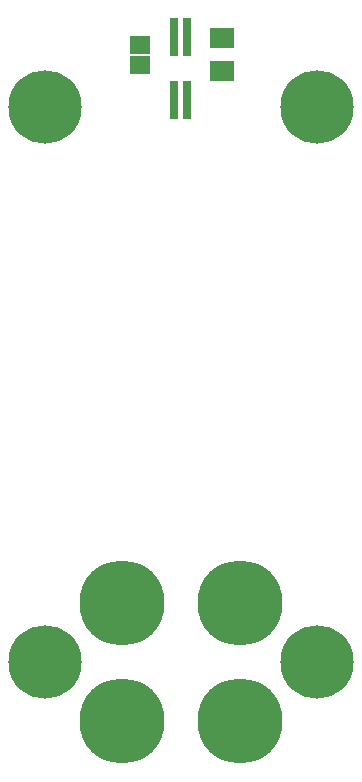
<source format=gts>
G75*
%MOIN*%
%OFA0B0*%
%FSLAX24Y24*%
%IPPOS*%
%LPD*%
%AMOC8*
5,1,8,0,0,1.08239X$1,22.5*
%
%ADD10C,0.2836*%
%ADD11R,0.0790X0.0710*%
%ADD12R,0.0316X0.1261*%
%ADD13R,0.0671X0.0592*%
%ADD14C,0.2442*%
D10*
X004874Y003300D03*
X004874Y007237D03*
X008811Y007237D03*
X008811Y003300D03*
D11*
X008221Y024944D03*
X008221Y026064D03*
D12*
X007050Y026095D03*
X006617Y026095D03*
X006617Y024008D03*
X007050Y024008D03*
D13*
X005465Y025170D03*
X005465Y025839D03*
D14*
X002315Y005268D03*
X011370Y005268D03*
X011370Y023772D03*
X002315Y023772D03*
M02*

</source>
